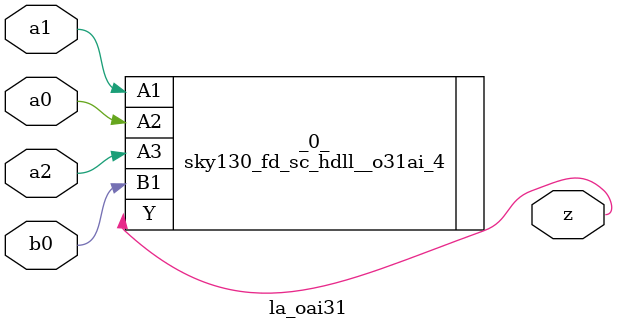
<source format=v>

/* Generated by Yosys 0.44 (git sha1 80ba43d26, g++ 11.4.0-1ubuntu1~22.04 -fPIC -O3) */

(* top =  1  *)
(* src = "inputs/la_oai31.v:10.1-22.10" *)
module la_oai31 (
    a0,
    a1,
    a2,
    b0,
    z
);
  (* src = "inputs/la_oai31.v:13.12-13.14" *)
  input a0;
  wire a0;
  (* src = "inputs/la_oai31.v:14.12-14.14" *)
  input a1;
  wire a1;
  (* src = "inputs/la_oai31.v:15.12-15.14" *)
  input a2;
  wire a2;
  (* src = "inputs/la_oai31.v:16.12-16.14" *)
  input b0;
  wire b0;
  (* src = "inputs/la_oai31.v:17.12-17.13" *)
  output z;
  wire z;
  sky130_fd_sc_hdll__o31ai_4 _0_ (
      .A1(a1),
      .A2(a0),
      .A3(a2),
      .B1(b0),
      .Y (z)
  );
endmodule

</source>
